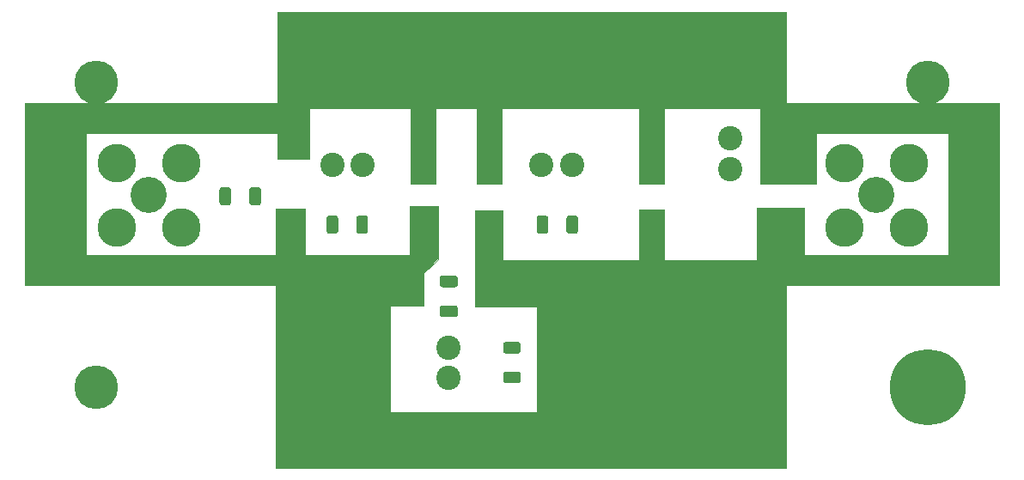
<source format=gbr>
%TF.GenerationSoftware,KiCad,Pcbnew,(5.1.9)-1*%
%TF.CreationDate,2021-06-05T18:29:07-04:00*%
%TF.ProjectId,SMD_Filter,534d445f-4669-46c7-9465-722e6b696361,rev?*%
%TF.SameCoordinates,Original*%
%TF.FileFunction,Soldermask,Top*%
%TF.FilePolarity,Negative*%
%FSLAX46Y46*%
G04 Gerber Fmt 4.6, Leading zero omitted, Abs format (unit mm)*
G04 Created by KiCad (PCBNEW (5.1.9)-1) date 2021-06-05 18:29:07*
%MOMM*%
%LPD*%
G01*
G04 APERTURE LIST*
%ADD10C,0.100000*%
%ADD11C,4.300000*%
%ADD12C,7.500000*%
%ADD13C,2.400000*%
%ADD14C,3.810000*%
%ADD15C,3.556000*%
G04 APERTURE END LIST*
D10*
G36*
X122000000Y-80000000D02*
G01*
X103000000Y-80000000D01*
X103000000Y-92000000D01*
X122000000Y-92000000D01*
X122000000Y-95000000D01*
X97000000Y-95000000D01*
X97000000Y-77000000D01*
X122000000Y-77000000D01*
X122000000Y-80000000D01*
G37*
X122000000Y-80000000D02*
X103000000Y-80000000D01*
X103000000Y-92000000D01*
X122000000Y-92000000D01*
X122000000Y-95000000D01*
X97000000Y-95000000D01*
X97000000Y-77000000D01*
X122000000Y-77000000D01*
X122000000Y-80000000D01*
G36*
X193000000Y-95000000D02*
G01*
X172000000Y-95000000D01*
X172000000Y-92000000D01*
X188000000Y-92000000D01*
X188000000Y-80000000D01*
X172000000Y-80000000D01*
X172000000Y-77000000D01*
X193000000Y-77000000D01*
X193000000Y-95000000D01*
G37*
X193000000Y-95000000D02*
X172000000Y-95000000D01*
X172000000Y-92000000D01*
X188000000Y-92000000D01*
X188000000Y-80000000D01*
X172000000Y-80000000D01*
X172000000Y-77000000D01*
X193000000Y-77000000D01*
X193000000Y-95000000D01*
G36*
X144100000Y-92500000D02*
G01*
X147500000Y-92500000D01*
X147500000Y-97100000D01*
X141400000Y-97100000D01*
X141400000Y-87600000D01*
X144100000Y-87600000D01*
X144100000Y-92500000D01*
G37*
X144100000Y-92500000D02*
X147500000Y-92500000D01*
X147500000Y-97100000D01*
X141400000Y-97100000D01*
X141400000Y-87600000D01*
X144100000Y-87600000D01*
X144100000Y-92500000D01*
G36*
X172000000Y-77500000D02*
G01*
X121900000Y-77500000D01*
X121900000Y-68000000D01*
X172000000Y-68000000D01*
X172000000Y-77500000D01*
G37*
X172000000Y-77500000D02*
X121900000Y-77500000D01*
X121900000Y-68000000D01*
X172000000Y-68000000D01*
X172000000Y-77500000D01*
G36*
X173800000Y-92400000D02*
G01*
X172000000Y-94200000D01*
X169100000Y-94200000D01*
X169100000Y-87300000D01*
X173800000Y-87300000D01*
X173800000Y-92400000D01*
G37*
X173800000Y-92400000D02*
X172000000Y-94200000D01*
X169100000Y-94200000D01*
X169100000Y-87300000D01*
X173800000Y-87300000D01*
X173800000Y-92400000D01*
G36*
X137700000Y-92400000D02*
G01*
X136300000Y-93800000D01*
X136300000Y-97000000D01*
X133000000Y-97000000D01*
X133000000Y-92000000D01*
X134900000Y-92000000D01*
X134900000Y-87200000D01*
X137700000Y-87200000D01*
X137700000Y-92400000D01*
G37*
X137700000Y-92400000D02*
X136300000Y-93800000D01*
X136300000Y-97000000D01*
X133000000Y-97000000D01*
X133000000Y-92000000D01*
X134900000Y-92000000D01*
X134900000Y-87200000D01*
X137700000Y-87200000D01*
X137700000Y-92400000D01*
G36*
X124600000Y-92000000D02*
G01*
X121750000Y-92000000D01*
X121750000Y-87400000D01*
X124600000Y-87400000D01*
X124600000Y-92000000D01*
G37*
X124600000Y-92000000D02*
X121750000Y-92000000D01*
X121750000Y-87400000D01*
X124600000Y-87400000D01*
X124600000Y-92000000D01*
G36*
X150000000Y-113000000D02*
G01*
X130000000Y-113000000D01*
X130000000Y-107500000D01*
X150000000Y-107500000D01*
X150000000Y-113000000D01*
G37*
X150000000Y-113000000D02*
X130000000Y-113000000D01*
X130000000Y-107500000D01*
X150000000Y-107500000D01*
X150000000Y-113000000D01*
G36*
X160000000Y-92500000D02*
G01*
X157500000Y-92500000D01*
X157500000Y-87500000D01*
X160000000Y-87500000D01*
X160000000Y-92500000D01*
G37*
X160000000Y-92500000D02*
X157500000Y-92500000D01*
X157500000Y-87500000D01*
X160000000Y-87500000D01*
X160000000Y-92500000D01*
G36*
X175000000Y-85000000D02*
G01*
X169500000Y-85000000D01*
X169500000Y-77500000D01*
X175000000Y-77500000D01*
X175000000Y-85000000D01*
G37*
X175000000Y-85000000D02*
X169500000Y-85000000D01*
X169500000Y-77500000D01*
X175000000Y-77500000D01*
X175000000Y-85000000D01*
G36*
X172000000Y-113000000D02*
G01*
X147500000Y-113000000D01*
X147500000Y-92500000D01*
X172000000Y-92500000D01*
X172000000Y-113000000D01*
G37*
X172000000Y-113000000D02*
X147500000Y-113000000D01*
X147500000Y-92500000D01*
X172000000Y-92500000D01*
X172000000Y-113000000D01*
G36*
X133000000Y-113000000D02*
G01*
X121750000Y-113000000D01*
X121750000Y-92000000D01*
X133000000Y-92000000D01*
X133000000Y-113000000D01*
G37*
X133000000Y-113000000D02*
X121750000Y-113000000D01*
X121750000Y-92000000D01*
X133000000Y-92000000D01*
X133000000Y-113000000D01*
G36*
X125000000Y-82500000D02*
G01*
X121900000Y-82500000D01*
X121900000Y-77500000D01*
X125000000Y-77500000D01*
X125000000Y-82500000D01*
G37*
X125000000Y-82500000D02*
X121900000Y-82500000D01*
X121900000Y-77500000D01*
X125000000Y-77500000D01*
X125000000Y-82500000D01*
G36*
X137500000Y-85000000D02*
G01*
X135000000Y-85000000D01*
X135000000Y-77500000D01*
X137500000Y-77500000D01*
X137500000Y-85000000D01*
G37*
X137500000Y-85000000D02*
X135000000Y-85000000D01*
X135000000Y-77500000D01*
X137500000Y-77500000D01*
X137500000Y-85000000D01*
G36*
X144000000Y-85000000D02*
G01*
X141500000Y-85000000D01*
X141500000Y-77500000D01*
X144000000Y-77500000D01*
X144000000Y-85000000D01*
G37*
X144000000Y-85000000D02*
X141500000Y-85000000D01*
X141500000Y-77500000D01*
X144000000Y-77500000D01*
X144000000Y-85000000D01*
G36*
X160000000Y-85000000D02*
G01*
X157500000Y-85000000D01*
X157500000Y-77500000D01*
X160000000Y-77500000D01*
X160000000Y-85000000D01*
G37*
X160000000Y-85000000D02*
X157500000Y-85000000D01*
X157500000Y-77500000D01*
X160000000Y-77500000D01*
X160000000Y-85000000D01*
D11*
%TO.C,H4*%
X186000000Y-75000000D03*
%TD*%
%TO.C,H3*%
X104000000Y-75000000D03*
%TD*%
%TO.C,H2*%
X104000000Y-105000000D03*
%TD*%
D12*
%TO.C,H1*%
X186000000Y-105000000D03*
%TD*%
%TO.C,R1*%
G36*
G01*
X144374999Y-103500000D02*
X145625001Y-103500000D01*
G75*
G02*
X145875000Y-103749999I0J-249999D01*
G01*
X145875000Y-104375001D01*
G75*
G02*
X145625001Y-104625000I-249999J0D01*
G01*
X144374999Y-104625000D01*
G75*
G02*
X144125000Y-104375001I0J249999D01*
G01*
X144125000Y-103749999D01*
G75*
G02*
X144374999Y-103500000I249999J0D01*
G01*
G37*
G36*
G01*
X144374999Y-100575000D02*
X145625001Y-100575000D01*
G75*
G02*
X145875000Y-100824999I0J-249999D01*
G01*
X145875000Y-101450001D01*
G75*
G02*
X145625001Y-101700000I-249999J0D01*
G01*
X144374999Y-101700000D01*
G75*
G02*
X144125000Y-101450001I0J249999D01*
G01*
X144125000Y-100824999D01*
G75*
G02*
X144374999Y-100575000I249999J0D01*
G01*
G37*
%TD*%
D13*
%TO.C,L4*%
X166500000Y-83500000D03*
X166500000Y-80500000D03*
%TD*%
%TO.C,L3*%
X147900000Y-83100000D03*
X150900000Y-83100000D03*
%TD*%
%TO.C,L2*%
X138775000Y-101100000D03*
X138775000Y-104100000D03*
%TD*%
%TO.C,L1*%
X127275000Y-83100000D03*
X130275000Y-83100000D03*
%TD*%
D14*
%TO.C,J2*%
X184100000Y-89275000D03*
X177750000Y-89275000D03*
X184100000Y-82925000D03*
D15*
X180925000Y-86100000D03*
D14*
X177750000Y-82925000D03*
%TD*%
%TO.C,J1*%
X112375000Y-89275000D03*
X106025000Y-89275000D03*
X112375000Y-82925000D03*
D15*
X109200000Y-86100000D03*
D14*
X106025000Y-82925000D03*
%TD*%
%TO.C,C4*%
G36*
G01*
X148575000Y-88349999D02*
X148575000Y-89650001D01*
G75*
G02*
X148325001Y-89900000I-249999J0D01*
G01*
X147674999Y-89900000D01*
G75*
G02*
X147425000Y-89650001I0J249999D01*
G01*
X147425000Y-88349999D01*
G75*
G02*
X147674999Y-88100000I249999J0D01*
G01*
X148325001Y-88100000D01*
G75*
G02*
X148575000Y-88349999I0J-249999D01*
G01*
G37*
G36*
G01*
X151525000Y-88349999D02*
X151525000Y-89650001D01*
G75*
G02*
X151275001Y-89900000I-249999J0D01*
G01*
X150624999Y-89900000D01*
G75*
G02*
X150375000Y-89650001I0J249999D01*
G01*
X150375000Y-88349999D01*
G75*
G02*
X150624999Y-88100000I249999J0D01*
G01*
X151275001Y-88100000D01*
G75*
G02*
X151525000Y-88349999I0J-249999D01*
G01*
G37*
%TD*%
%TO.C,C3*%
G36*
G01*
X139425001Y-95175000D02*
X138124999Y-95175000D01*
G75*
G02*
X137875000Y-94925001I0J249999D01*
G01*
X137875000Y-94274999D01*
G75*
G02*
X138124999Y-94025000I249999J0D01*
G01*
X139425001Y-94025000D01*
G75*
G02*
X139675000Y-94274999I0J-249999D01*
G01*
X139675000Y-94925001D01*
G75*
G02*
X139425001Y-95175000I-249999J0D01*
G01*
G37*
G36*
G01*
X139425001Y-98125000D02*
X138124999Y-98125000D01*
G75*
G02*
X137875000Y-97875001I0J249999D01*
G01*
X137875000Y-97224999D01*
G75*
G02*
X138124999Y-96975000I249999J0D01*
G01*
X139425001Y-96975000D01*
G75*
G02*
X139675000Y-97224999I0J-249999D01*
G01*
X139675000Y-97875001D01*
G75*
G02*
X139425001Y-98125000I-249999J0D01*
G01*
G37*
%TD*%
%TO.C,C2*%
G36*
G01*
X127875000Y-88349999D02*
X127875000Y-89650001D01*
G75*
G02*
X127625001Y-89900000I-249999J0D01*
G01*
X126974999Y-89900000D01*
G75*
G02*
X126725000Y-89650001I0J249999D01*
G01*
X126725000Y-88349999D01*
G75*
G02*
X126974999Y-88100000I249999J0D01*
G01*
X127625001Y-88100000D01*
G75*
G02*
X127875000Y-88349999I0J-249999D01*
G01*
G37*
G36*
G01*
X130825000Y-88349999D02*
X130825000Y-89650001D01*
G75*
G02*
X130575001Y-89900000I-249999J0D01*
G01*
X129924999Y-89900000D01*
G75*
G02*
X129675000Y-89650001I0J249999D01*
G01*
X129675000Y-88349999D01*
G75*
G02*
X129924999Y-88100000I249999J0D01*
G01*
X130575001Y-88100000D01*
G75*
G02*
X130825000Y-88349999I0J-249999D01*
G01*
G37*
%TD*%
%TO.C,C1*%
G36*
G01*
X117325000Y-85549999D02*
X117325000Y-86850001D01*
G75*
G02*
X117075001Y-87100000I-249999J0D01*
G01*
X116424999Y-87100000D01*
G75*
G02*
X116175000Y-86850001I0J249999D01*
G01*
X116175000Y-85549999D01*
G75*
G02*
X116424999Y-85300000I249999J0D01*
G01*
X117075001Y-85300000D01*
G75*
G02*
X117325000Y-85549999I0J-249999D01*
G01*
G37*
G36*
G01*
X120275000Y-85549999D02*
X120275000Y-86850001D01*
G75*
G02*
X120025001Y-87100000I-249999J0D01*
G01*
X119374999Y-87100000D01*
G75*
G02*
X119125000Y-86850001I0J249999D01*
G01*
X119125000Y-85549999D01*
G75*
G02*
X119374999Y-85300000I249999J0D01*
G01*
X120025001Y-85300000D01*
G75*
G02*
X120275000Y-85549999I0J-249999D01*
G01*
G37*
%TD*%
M02*

</source>
